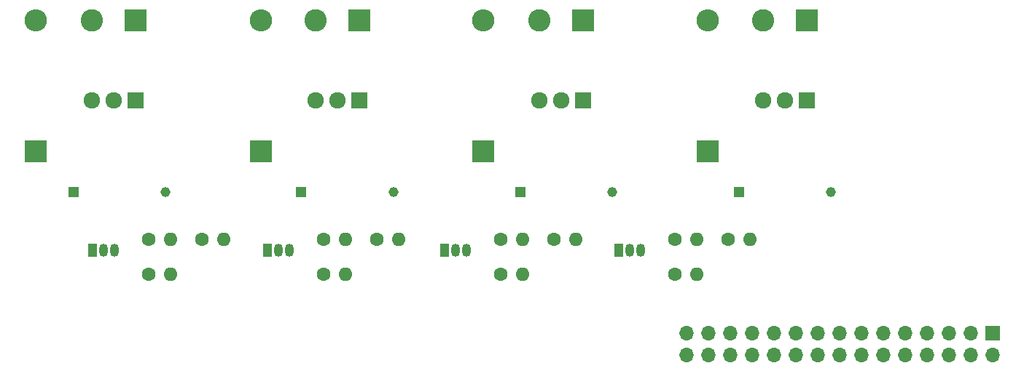
<source format=gbr>
%TF.GenerationSoftware,KiCad,Pcbnew,(6.0.0)*%
%TF.CreationDate,2022-07-19T12:43:36-07:00*%
%TF.ProjectId,MakeItRain - DaughterBoard Blank,4d616b65-4974-4526-9169-6e202d204461,rev?*%
%TF.SameCoordinates,Original*%
%TF.FileFunction,Soldermask,Top*%
%TF.FilePolarity,Negative*%
%FSLAX46Y46*%
G04 Gerber Fmt 4.6, Leading zero omitted, Abs format (unit mm)*
G04 Created by KiCad (PCBNEW (6.0.0)) date 2022-07-19 12:43:36*
%MOMM*%
%LPD*%
G01*
G04 APERTURE LIST*
%ADD10R,1.700000X1.700000*%
%ADD11O,1.700000X1.700000*%
%ADD12R,1.150000X1.150000*%
%ADD13C,1.150000*%
%ADD14C,1.600000*%
%ADD15O,1.600000X1.600000*%
%ADD16R,1.920000X1.920000*%
%ADD17C,1.920000*%
%ADD18R,2.600000X2.600000*%
%ADD19C,2.600000*%
%ADD20O,2.600000X2.600000*%
%ADD21R,1.050000X1.500000*%
%ADD22O,1.050000X1.500000*%
G04 APERTURE END LIST*
D10*
%TO.C,J1*%
X170349000Y-121042300D03*
D11*
X170349000Y-123582300D03*
X167809000Y-121042300D03*
X167809000Y-123582300D03*
X165269000Y-121042300D03*
X165269000Y-123582300D03*
X162729000Y-121042300D03*
X162729000Y-123582300D03*
X160189000Y-121042300D03*
X160189000Y-123582300D03*
X157649000Y-121042300D03*
X157649000Y-123582300D03*
X155109000Y-121042300D03*
X155109000Y-123582300D03*
X152569000Y-121042300D03*
X152569000Y-123582300D03*
X150029000Y-121042300D03*
X150029000Y-123582300D03*
X147489000Y-121042300D03*
X147489000Y-123582300D03*
X144949000Y-121042300D03*
X144949000Y-123582300D03*
X142409000Y-121042300D03*
X142409000Y-123582300D03*
X139869000Y-121042300D03*
X139869000Y-123582300D03*
X137329000Y-121042300D03*
X137329000Y-123582300D03*
X134789000Y-121042300D03*
X134789000Y-123582300D03*
%TD*%
D12*
%TO.C,Z3*%
X115460364Y-104593019D03*
D13*
X126160364Y-104593019D03*
%TD*%
D14*
%TO.C,R12*%
X133485574Y-110147841D03*
D15*
X136025574Y-110147841D03*
%TD*%
D14*
%TO.C,R10*%
X133485574Y-114197841D03*
D15*
X136025574Y-114197841D03*
%TD*%
D16*
%TO.C,Q2*%
X70812955Y-93947182D03*
D17*
X68272955Y-93947182D03*
X65732955Y-93947182D03*
%TD*%
D18*
%TO.C,P1*%
X70817955Y-84610664D03*
D19*
X65737955Y-84610664D03*
%TD*%
D18*
%TO.C,D1*%
X59178463Y-99850664D03*
D20*
X59178463Y-84610664D03*
%TD*%
D14*
%TO.C,R5*%
X98817126Y-110147841D03*
D15*
X101357126Y-110147841D03*
%TD*%
D12*
%TO.C,Z1*%
X63569002Y-104593019D03*
D13*
X74269002Y-104593019D03*
%TD*%
D14*
%TO.C,R6*%
X92677126Y-110147841D03*
D15*
X95217126Y-110147841D03*
%TD*%
D18*
%TO.C,D3*%
X111168051Y-99850664D03*
D20*
X111168051Y-84610664D03*
%TD*%
D12*
%TO.C,Z2*%
X90049609Y-104593019D03*
D13*
X100749609Y-104593019D03*
%TD*%
D14*
%TO.C,R11*%
X139625574Y-110147841D03*
D15*
X142165574Y-110147841D03*
%TD*%
D16*
%TO.C,Q8*%
X148760345Y-93947182D03*
D17*
X146220345Y-93947182D03*
X143680345Y-93947182D03*
%TD*%
D14*
%TO.C,R7*%
X113228492Y-114197841D03*
D15*
X115768492Y-114197841D03*
%TD*%
D21*
%TO.C,Q7*%
X126935574Y-111377841D03*
D22*
X128205574Y-111377841D03*
X129475574Y-111377841D03*
%TD*%
D16*
%TO.C,Q4*%
X96810208Y-93947182D03*
D17*
X94270208Y-93947182D03*
X91730208Y-93947182D03*
%TD*%
D14*
%TO.C,R3*%
X72317291Y-110147841D03*
D15*
X74857291Y-110147841D03*
%TD*%
D18*
%TO.C,P4*%
X148765345Y-84610664D03*
D19*
X143685345Y-84610664D03*
%TD*%
D14*
%TO.C,R9*%
X113228492Y-110147841D03*
D15*
X115768492Y-110147841D03*
%TD*%
D21*
%TO.C,Q1*%
X65767291Y-111377841D03*
D22*
X67037291Y-111377841D03*
X68307291Y-111377841D03*
%TD*%
D21*
%TO.C,Q5*%
X106678492Y-111377841D03*
D22*
X107948492Y-111377841D03*
X109218492Y-111377841D03*
%TD*%
D16*
%TO.C,Q6*%
X122777881Y-93947182D03*
D17*
X120237881Y-93947182D03*
X117697881Y-93947182D03*
%TD*%
D14*
%TO.C,R2*%
X78457291Y-110147841D03*
D15*
X80997291Y-110147841D03*
%TD*%
D18*
%TO.C,P2*%
X96815208Y-84610664D03*
D19*
X91735208Y-84610664D03*
%TD*%
D21*
%TO.C,Q3*%
X86127126Y-111377841D03*
D22*
X87397126Y-111377841D03*
X88667126Y-111377841D03*
%TD*%
D14*
%TO.C,R8*%
X119368492Y-110147841D03*
D15*
X121908492Y-110147841D03*
%TD*%
D18*
%TO.C,D4*%
X137268886Y-99850664D03*
D20*
X137268886Y-84610664D03*
%TD*%
D14*
%TO.C,R1*%
X72317291Y-114197841D03*
D15*
X74857291Y-114197841D03*
%TD*%
D12*
%TO.C,Z4*%
X140876856Y-104593019D03*
D13*
X151576856Y-104593019D03*
%TD*%
D18*
%TO.C,D2*%
X85333551Y-99850664D03*
D20*
X85333551Y-84610664D03*
%TD*%
D14*
%TO.C,R4*%
X92677126Y-114197841D03*
D15*
X95217126Y-114197841D03*
%TD*%
D18*
%TO.C,P3*%
X122782881Y-84610664D03*
D19*
X117702881Y-84610664D03*
%TD*%
M02*

</source>
